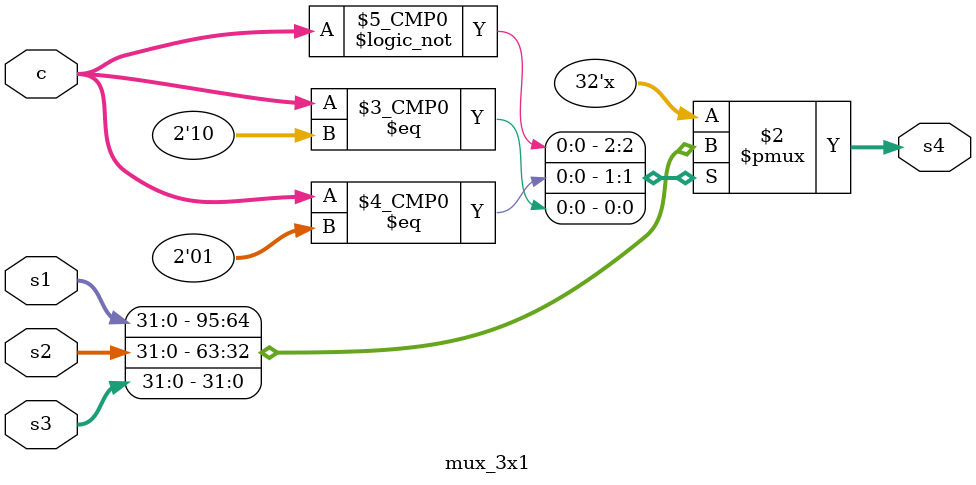
<source format=v>
`timescale 1ns / 1ps


module mux_3x1(
    input [31:0] s1,s2,s3,
    input [1:0] c,
    output reg [31:0] s4
    );
    always @(*)begin
        case(c)
        2'b00: s4<=s1;
        2'b01: s4<=s2;
        2'b10: s4<=s3;
        endcase            
    end
endmodule

</source>
